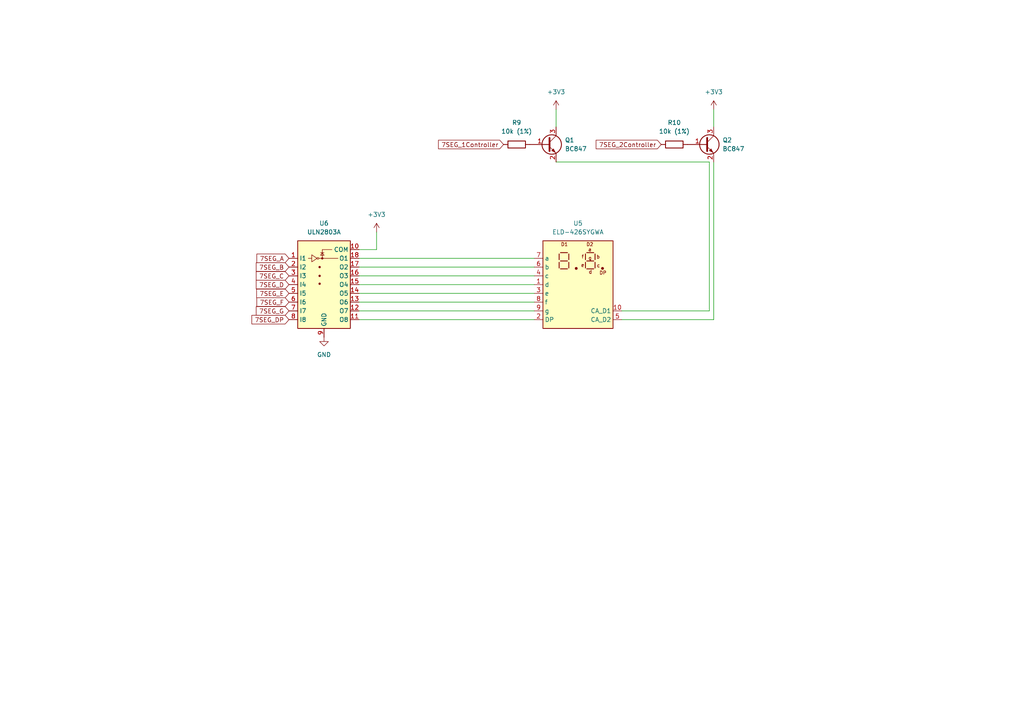
<source format=kicad_sch>
(kicad_sch (version 20211123) (generator eeschema)
  (paper "A4")
  (lib_symbols
    (symbol "Device:R" (pin_numbers hide) (pin_names (offset 0))
      (property "Reference" "R" (at 2.032 0 90))
      (property "Value" "R" (at 0 0 90))
      (symbol "R_0_1"
        (rectangle (start -1.016 -2.54) (end 1.016 2.54) (stroke (width 0.254)))
      )
      (symbol "R_1_1"
        (pin passive line (at 0 3.81 270) (length 1.27) (name "~") (number "1"))
        (pin passive line (at 0 -3.81 90) (length 1.27) (name "~") (number "2"))
      )
    )
    (symbol "Display_Character:ELD-426SYGWA"
      (property "Reference" "U" (at -8.89 13.97 0))
      (property "Value" "ELD-426SYGWA" (at -2.794 -14.224 0))
      (symbol "ELD-426SYGWA_0_0"
        (text "a" (at 3.4544 10.1854 0) (effects (font (size 0.9906 0.9906))))
        (text "b" (at 5.842 8.0772 0) (effects (font (size 0.9906 0.9906))))
        (text "c" (at 5.9436 5.5372 0) (effects (font (size 0.9906 0.9906))))
        (text "d" (at 3.6068 3.683 0) (effects (font (size 0.9906 0.9906))))
        (text "D1" (at -3.937 11.684 0) (effects (font (size 0.9906 0.9906))))
        (text "D2" (at 3.429 11.684 0) (effects (font (size 0.9906 0.9906))))
        (text "DP" (at 7.239 3.429 0) (effects (font (size 0.9906 0.9906))))
        (text "e" (at 1.3716 5.6388 0) (effects (font (size 0.9906 0.9906))))
        (text "f" (at 1.3716 8.1026 0) (effects (font (size 0.9906 0.9906))))
        (text "g" (at 3.5052 7.7216 0) (effects (font (size 0.9906 0.9906))))
      )
      (symbol "ELD-426SYGWA_0_1"
        (rectangle (start -10.16 12.7) (end 10.16 -12.7) (stroke (width 0.254)) (fill (type background)))
        (circle (center -0.508 4.699) (radius 0.2794) (stroke (width 0.254)) (fill (type outline)))
        (polyline (pts (xy -5.461 4.826) (xy -5.461 6.477)) (stroke (width 0.254)))
        (polyline (pts (xy -5.461 7.239) (xy -5.461 8.89)) (stroke (width 0.254)))
        (polyline (pts (xy -5.08 4.572) (xy -3.048 4.572)) (stroke (width 0.254)))
        (polyline (pts (xy -5.08 6.858) (xy -3.048 6.858)) (stroke (width 0.254)))
        (polyline (pts (xy -5.08 9.271) (xy -3.048 9.271)) (stroke (width 0.254)))
        (polyline (pts (xy -2.667 4.826) (xy -2.667 6.477)) (stroke (width 0.254)))
        (polyline (pts (xy -2.667 7.239) (xy -2.667 8.89)) (stroke (width 0.254)))
        (polyline (pts (xy 2.159 4.826) (xy 2.159 6.477)) (stroke (width 0.254)))
        (polyline (pts (xy 2.159 7.239) (xy 2.159 8.89)) (stroke (width 0.254)))
        (polyline (pts (xy 2.54 4.572) (xy 4.572 4.572)) (stroke (width 0.254)))
        (polyline (pts (xy 2.54 6.858) (xy 4.572 6.858)) (stroke (width 0.254)))
        (polyline (pts (xy 2.54 9.271) (xy 4.572 9.271)) (stroke (width 0.254)))
        (polyline (pts (xy 4.953 4.826) (xy 4.953 6.477)) (stroke (width 0.254)))
        (polyline (pts (xy 4.953 7.239) (xy 4.953 8.89)) (stroke (width 0.254)))
        (circle (center 7.112 4.699) (radius 0.2794) (stroke (width 0.254)) (fill (type outline)))
      )
      (symbol "ELD-426SYGWA_1_1"
        (pin input line (at -12.7 0 0) (length 2.54) (name "d") (number "1"))
        (pin input line (at 12.7 -7.62 180) (length 2.54) (name "CA_D1") (number "10"))
        (pin input line (at -12.7 -10.16 0) (length 2.54) (name "DP") (number "2"))
        (pin input line (at -12.7 -2.54 0) (length 2.54) (name "e") (number "3"))
        (pin input line (at -12.7 2.54 0) (length 2.54) (name "c") (number "4"))
        (pin input line (at 12.7 -10.16 180) (length 2.54) (name "CA_D2") (number "5"))
        (pin input line (at -12.7 5.08 0) (length 2.54) (name "b") (number "6"))
        (pin input line (at -12.7 7.62 0) (length 2.54) (name "a") (number "7"))
        (pin input line (at -12.7 -5.08 0) (length 2.54) (name "f") (number "8"))
        (pin input line (at -12.7 -7.62 0) (length 2.54) (name "g") (number "9"))
      )
    )
    (symbol "Transistor_Array:ULN2803A"
      (property "Reference" "U" (at 0 13.335 0))
      (property "Value" "ULN2803A" (at 0 11.43 0))
      (symbol "ULN2803A_0_1"
        (rectangle (start -7.62 -15.24) (end 7.62 10.16) (stroke (width 0.254)) (fill (type background)))
        (circle (center -1.778 5.08) (radius 0.254))
        (circle (center -1.27 -2.286) (radius 0.254) (fill (type outline)))
        (circle (center -1.27 0) (radius 0.254) (fill (type outline)))
        (circle (center -1.27 2.54) (radius 0.254) (fill (type outline)))
        (circle (center -0.508 5.08) (radius 0.254) (fill (type outline)))
        (polyline (pts (xy -4.572 5.08) (xy -3.556 5.08)))
        (polyline (pts (xy -1.524 5.08) (xy 4.064 5.08)))
        (polyline (pts (xy 0 6.731) (xy -1.016 6.731)))
        (polyline (pts (xy -0.508 5.08) (xy -0.508 7.62) (xy 2.286 7.62)))
        (polyline (pts (xy -3.556 6.096) (xy -3.556 4.064) (xy -2.032 5.08) (xy -3.556 6.096)))
        (polyline (pts (xy 0 5.969) (xy -1.016 5.969) (xy -0.508 6.731) (xy 0 5.969)))
      )
      (symbol "ULN2803A_1_1"
        (pin input line (at -10.16 5.08 0) (length 2.54) (name "I1") (number "1"))
        (pin passive line (at 10.16 7.62 180) (length 2.54) (name "COM") (number "10"))
        (pin open_collector line (at 10.16 -12.7 180) (length 2.54) (name "O8") (number "11"))
        (pin open_collector line (at 10.16 -10.16 180) (length 2.54) (name "O7") (number "12"))
        (pin open_collector line (at 10.16 -7.62 180) (length 2.54) (name "O6") (number "13"))
        (pin open_collector line (at 10.16 -5.08 180) (length 2.54) (name "O5") (number "14"))
        (pin open_collector line (at 10.16 -2.54 180) (length 2.54) (name "O4") (number "15"))
        (pin open_collector line (at 10.16 0 180) (length 2.54) (name "O3") (number "16"))
        (pin open_collector line (at 10.16 2.54 180) (length 2.54) (name "O2") (number "17"))
        (pin open_collector line (at 10.16 5.08 180) (length 2.54) (name "O1") (number "18"))
        (pin input line (at -10.16 2.54 0) (length 2.54) (name "I2") (number "2"))
        (pin input line (at -10.16 0 0) (length 2.54) (name "I3") (number "3"))
        (pin input line (at -10.16 -2.54 0) (length 2.54) (name "I4") (number "4"))
        (pin input line (at -10.16 -5.08 0) (length 2.54) (name "I5") (number "5"))
        (pin input line (at -10.16 -7.62 0) (length 2.54) (name "I6") (number "6"))
        (pin input line (at -10.16 -10.16 0) (length 2.54) (name "I7") (number "7"))
        (pin input line (at -10.16 -12.7 0) (length 2.54) (name "I8") (number "8"))
        (pin power_in line (at 0 -17.78 90) (length 2.54) (name "GND") (number "9"))
      )
    )
    (symbol "Transistor_BJT:BC847" (pin_names (offset 0) hide)
      (property "Reference" "Q" (at 5.08 1.905 0))
      (property "Value" "BC847" (at 5.08 0 0))
      (symbol "BC847_0_1"
        (polyline (pts (xy 0.635 0.635) (xy 2.54 2.54)))
        (polyline (pts (xy 0.635 -0.635) (xy 2.54 -2.54) (xy 2.54 -2.54)))
        (polyline (pts (xy 0.635 1.905) (xy 0.635 -1.905) (xy 0.635 -1.905)) (stroke (width 0.508)))
        (polyline (pts (xy 1.27 -1.778) (xy 1.778 -1.27) (xy 2.286 -2.286) (xy 1.27 -1.778) (xy 1.27 -1.778)) (fill (type outline)))
        (circle (center 1.27 0) (radius 2.8194) (stroke (width 0.254)))
      )
      (symbol "BC847_1_1"
        (pin input line (at -5.08 0 0) (length 5.715) (name "B") (number "1"))
        (pin passive line (at 2.54 -5.08 90) (length 2.54) (name "E") (number "2"))
        (pin passive line (at 2.54 5.08 270) (length 2.54) (name "C") (number "3"))
      )
    )
    (symbol "power:+3V3" (power) (pin_names (offset 0))
      (property "Value" "+3V3" (at 0 3.556 0))
      (symbol "+3V3_0_1"
        (polyline (pts (xy -0.762 1.27) (xy 0 2.54)))
        (polyline (pts (xy 0 0) (xy 0 2.54)))
        (polyline (pts (xy 0 2.54) (xy 0.762 1.27)))
      )
      (symbol "+3V3_1_1"
        (pin power_in line (at 0 0 90) (length 0) hide (name "+3V3") (number "1"))
      )
    )
    (symbol "power:GND" (power) (pin_names (offset 0))
      (property "Value" "GND" (at 0 -3.81 0))
      (symbol "GND_0_1"
        (polyline (pts (xy 0 0) (xy 0 -1.27) (xy 1.27 -1.27) (xy 0 -2.54) (xy -1.27 -1.27) (xy 0 -1.27)))
      )
      (symbol "GND_1_1"
        (pin power_in line (at 0 0 270) (length 0) hide (name "GND") (number "1"))
      )
    )
  )
  (wire (pts (xy 207.01 31.75) (xy 207.01 36.83)))
  (wire (pts (xy 104.14 80.01) (xy 154.94 80.01)))
  (wire (pts (xy 161.29 31.75) (xy 161.29 36.83)))
  (wire (pts (xy 161.29 46.99) (xy 205.74 46.99)))
  (wire (pts (xy 205.74 90.17) (xy 180.34 90.17)))
  (wire (pts (xy 104.14 77.47) (xy 154.94 77.47)))
  (wire (pts (xy 104.14 82.55) (xy 154.94 82.55)))
  (wire (pts (xy 104.14 92.71) (xy 154.94 92.71)))
  (wire (pts (xy 104.14 90.17) (xy 154.94 90.17)))
  (wire (pts (xy 205.74 46.99) (xy 205.74 90.17)))
  (wire (pts (xy 104.14 85.09) (xy 154.94 85.09)))
  (wire (pts (xy 180.34 92.71) (xy 207.01 92.71)))
  (wire (pts (xy 109.22 67.31) (xy 109.22 72.39)))
  (wire (pts (xy 104.14 74.93) (xy 154.94 74.93)))
  (wire (pts (xy 109.22 72.39) (xy 104.14 72.39)))
  (wire (pts (xy 207.01 46.99) (xy 207.01 92.71)))
  (wire (pts (xy 104.14 87.63) (xy 154.94 87.63)))
  (global_label "7SEG_DP" (shape input) (at 83.82 92.71 180) (property "Intersheet References" "${INTERSHEET_REFS}" (effects hide)))
  (global_label "7SEG_E" (shape input) (at 83.82 85.09 180) (property "Intersheet References" "${INTERSHEET_REFS}" (effects hide)))
  (global_label "7SEG_2Controller" (shape input) (at 191.77 41.91 180) (property "Intersheet References" "${INTERSHEET_REFS}" (effects hide)))
  (global_label "7SEG_D" (shape input) (at 83.82 82.55 180) (property "Intersheet References" "${INTERSHEET_REFS}" (effects hide)))
  (global_label "7SEG_C" (shape input) (at 83.82 80.01 180) (property "Intersheet References" "${INTERSHEET_REFS}" (effects hide)))
  (global_label "7SEG_A" (shape input) (at 83.82 74.93 180) (property "Intersheet References" "${INTERSHEET_REFS}" (effects hide)))
  (global_label "7SEG_G" (shape input) (at 83.82 90.17 180) (property "Intersheet References" "${INTERSHEET_REFS}" (effects hide)))
  (global_label "7SEG_F" (shape input) (at 83.82 87.63 180) (property "Intersheet References" "${INTERSHEET_REFS}" (effects hide)))
  (global_label "7SEG_1Controller" (shape input) (at 146.05 41.91 180) (property "Intersheet References" "${INTERSHEET_REFS}" (effects hide)))
  (global_label "7SEG_B" (shape input) (at 83.82 77.47 180) (property "Intersheet References" "${INTERSHEET_REFS}" (effects hide)))
  (symbol (lib_id "Device:R") (at 149.86 41.91 90) (unit 1)
    (property "Reference" "R9" (at 149.86 35.56 90))
    (property "Value" "10k (1%)" (at 149.86 38.1 90))
    (property "Footprint" "Resistor_SMD:R_0805_2012Metric_Pad1.20x1.40mm_HandSolder" (effects hide))
    (property "LCSC Part#" "C17414" (effects hide))
  )
  (symbol (lib_id "Transistor_BJT:BC847") (at 204.47 41.91 0) (unit 1)
    (property "Reference" "Q2" (at 209.55 40.6399 0) (effects (justify left)))
    (property "Value" "BC847" (at 209.55 43.1799 0) (effects (justify left)))
    (property "Footprint" "Package_TO_SOT_SMD:SOT-23" (effects hide))
    (property "Datasheet" "http://www.infineon.com/dgdl/Infineon-BC847SERIES_BC848SERIES_BC849SERIES_BC850SERIES-DS-v01_01-en.pdf?fileId=db3a304314dca389011541d4630a1657" (effects hide))
    (property "LCSC Part#" "C181140" (effects hide))
  )
  (symbol (lib_id "Display_Character:ELD-426SYGWA") (at 167.64 82.55 0) (unit 1)
    (property "Reference" "U5" (at 167.64 64.77 0))
    (property "Value" "ELD-426SYGWA" (at 167.64 67.31 0))
    (property "Footprint" "Display_7Segment:ELD_426XXXX" (effects hide))
    (property "Datasheet" "http://www.everlight.com/file/ProductFile/D426SYGWA-S530-E2.pdf" (effects hide))
  )
  (symbol (lib_id "Transistor_Array:ULN2803A") (at 93.98 80.01 0) (unit 1)
    (property "Reference" "U6" (at 93.98 64.77 0))
    (property "Value" "ULN2803A" (at 93.98 67.31 0))
    (property "Footprint" "Package_DFN_QFN:QFN-20-1EP_4x4mm_P0.5mm_EP2.5x2.5mm" (effects hide))
    (property "Datasheet" "http://www.ti.com/lit/ds/symlink/uln2803a.pdf" (effects hide))
    (property "LCSC Part#" "C493377" (effects hide))
  )
  (symbol (lib_id "power:+3V3") (at 161.29 31.75 0) (unit 1)
    (property "Reference" "#PWR0118" (effects hide))
    (property "Value" "+3V3" (at 161.29 26.67 0))
  )
  (symbol (lib_id "power:+3V3") (at 207.01 31.75 0) (unit 1)
    (property "Reference" "#PWR0117" (effects hide))
    (property "Value" "+3V3" (at 207.01 26.67 0))
  )
  (symbol (lib_id "power:+3V3") (at 109.22 67.31 0) (unit 1)
    (property "Reference" "#PWR0120" (effects hide))
    (property "Value" "+3V3" (at 109.22 62.23 0))
  )
  (symbol (lib_id "Transistor_BJT:BC847") (at 158.75 41.91 0) (unit 1)
    (property "Reference" "Q1" (at 163.83 40.6399 0) (effects (justify left)))
    (property "Value" "BC847" (at 163.83 43.1799 0) (effects (justify left)))
    (property "Footprint" "Package_TO_SOT_SMD:SOT-23" (effects hide))
    (property "Datasheet" "http://www.infineon.com/dgdl/Infineon-BC847SERIES_BC848SERIES_BC849SERIES_BC850SERIES-DS-v01_01-en.pdf?fileId=db3a304314dca389011541d4630a1657" (effects hide))
    (property "LCSC Part#" "C181140" (effects hide))
  )
  (symbol (lib_id "Device:R") (at 195.58 41.91 90) (unit 1)
    (property "Reference" "R10" (at 195.58 35.56 90))
    (property "Value" "10k (1%)" (at 195.58 38.1 90))
    (property "Footprint" "Resistor_SMD:R_0805_2012Metric_Pad1.20x1.40mm_HandSolder" (effects hide))
    (property "LCSC Part#" "C17414" (effects hide))
  )
  (symbol (lib_id "power:GND") (at 93.98 97.79 0) (unit 1)
    (property "Reference" "#PWR0119" (effects hide))
    (property "Value" "GND" (at 93.98 102.87 0))
  )
)
</source>
